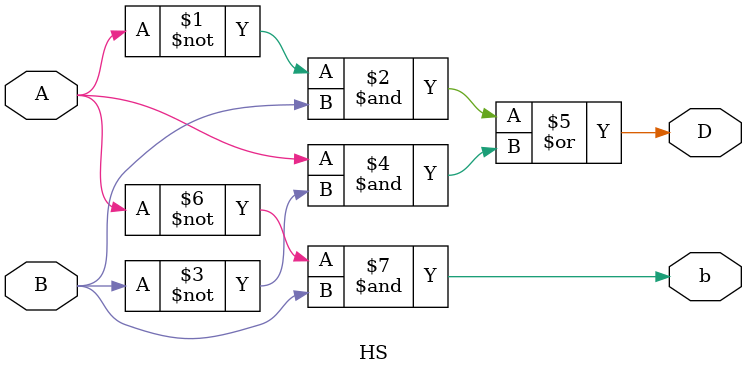
<source format=v>
`timescale 1ns / 1ps

module HS (A, B, D, b);
    input A, B;
    output D, b;

    assign D = ((~A)&B)|(A&(~B));
    assign b = (~A)&B;
    
endmodule

</source>
